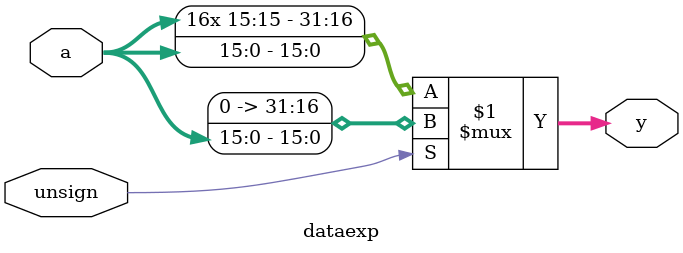
<source format=v>
`timescale 1ns / 1ps


module dataexp(
    input wire[15:0] a,
    input wire unsign,
    output wire[31:0] y
    );
    assign y = unsign? {{16{1'b0}},a} : {{16{a[15]}},a};
endmodule

</source>
